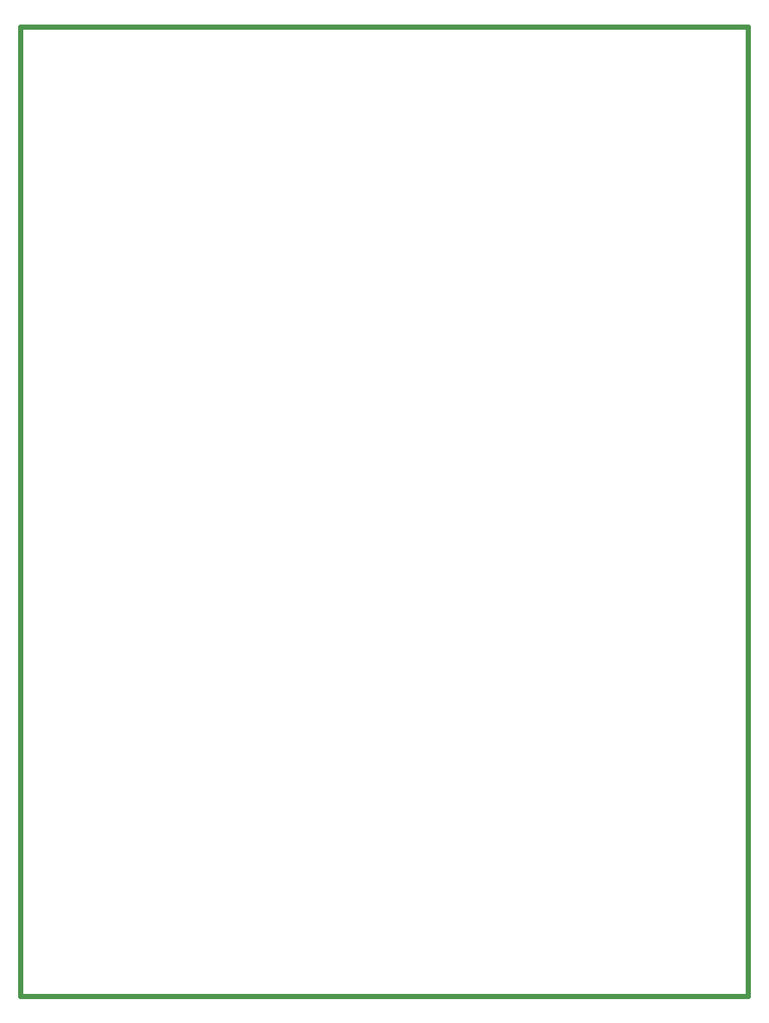
<source format=gbr>
G04 start of page 4 for group 6 idx 6 *
G04 Title: (unknown), outline *
G04 Creator: pcb 20140316 *
G04 CreationDate: Wed 12 Dec 2018 10:26:37 PM GMT UTC *
G04 For: thomasc *
G04 Format: Gerber/RS-274X *
G04 PCB-Dimensions (mil): 3750.00 5000.00 *
G04 PCB-Coordinate-Origin: lower left *
%MOIN*%
%FSLAX25Y25*%
%LNOUTLINE*%
%ADD36C,0.0250*%
G54D36*X0Y500000D02*X375000D01*
Y0D02*X0D01*
Y500000D01*
X375000Y0D02*Y500000D01*
M02*

</source>
